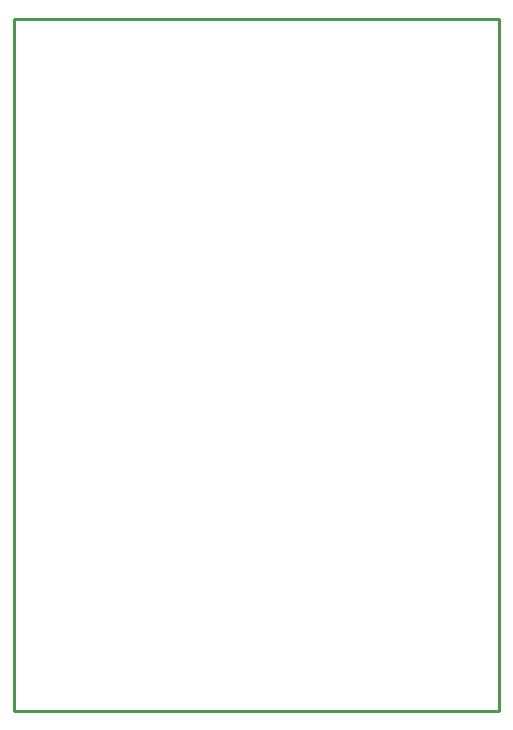
<source format=gbp>
%FSLAX44Y44*%
%MOMM*%
G71*
G01*
G75*
G04 Layer_Color=128*
%ADD10R,0.3000X1.5000*%
%ADD11R,1.5000X0.3000*%
%ADD12R,5.5000X2.0000*%
%ADD13R,1.6800X1.5200*%
%ADD14R,1.1000X1.0000*%
%ADD15R,1.0000X1.1000*%
%ADD16R,1.5000X1.3000*%
%ADD17R,1.3000X1.5000*%
%ADD18R,2.0000X1.2000*%
%ADD19R,5.6000X5.6000*%
%ADD20C,0.2540*%
%ADD21C,1.0000*%
%ADD22C,1.5000*%
%ADD23R,2.0000X2.0000*%
%ADD24C,2.0000*%
%ADD25C,0.7000*%
%ADD26C,0.2000*%
%ADD27C,0.1000*%
%ADD28R,0.7620X0.5080*%
%ADD29R,0.5032X1.7032*%
%ADD30R,1.7032X0.5032*%
%ADD31R,5.7032X2.2032*%
%ADD32R,1.8832X1.7232*%
%ADD33R,1.3032X1.2032*%
%ADD34R,1.2032X1.3032*%
%ADD35R,1.7032X1.5032*%
%ADD36R,1.5032X1.7032*%
%ADD37R,2.2032X1.4032*%
%ADD38R,5.8032X5.8032*%
%ADD39C,1.7032*%
%ADD40R,2.2032X2.2032*%
%ADD41C,2.2032*%
%ADD42C,0.2032*%
%ADD43C,0.9032*%
D20*
X0Y0D02*
Y586000D01*
Y0D02*
X411000D01*
Y586000D01*
X0D02*
X411000D01*
M02*

</source>
